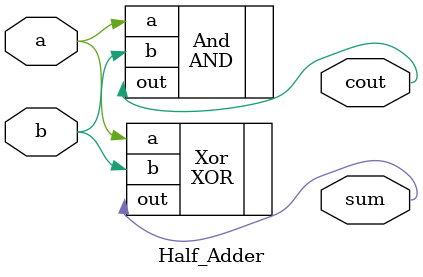
<source format=v>
`timescale 1ns/1ps

module Full_Adder (a, b, cin, cout, sum);
    input a, b, cin;
    output cout, sum;
    wire w1;
    //s
    XOR Xor1(.out(w1), .a(a), .b(b));
    XOR Xor2(.out(sum), .a(w1), .b(cin));
    //cout
    Majority m (.out(cout), .a(a), .b(b), .c(cin));
endmodule

module Half_Adder(a, b, cout, sum);
    input a, b;
    output cout, sum;
    XOR Xor(.out(sum), .a(a), .b(b));
    AND And(.out(cout), .a(a), .b(b));
endmodule

</source>
